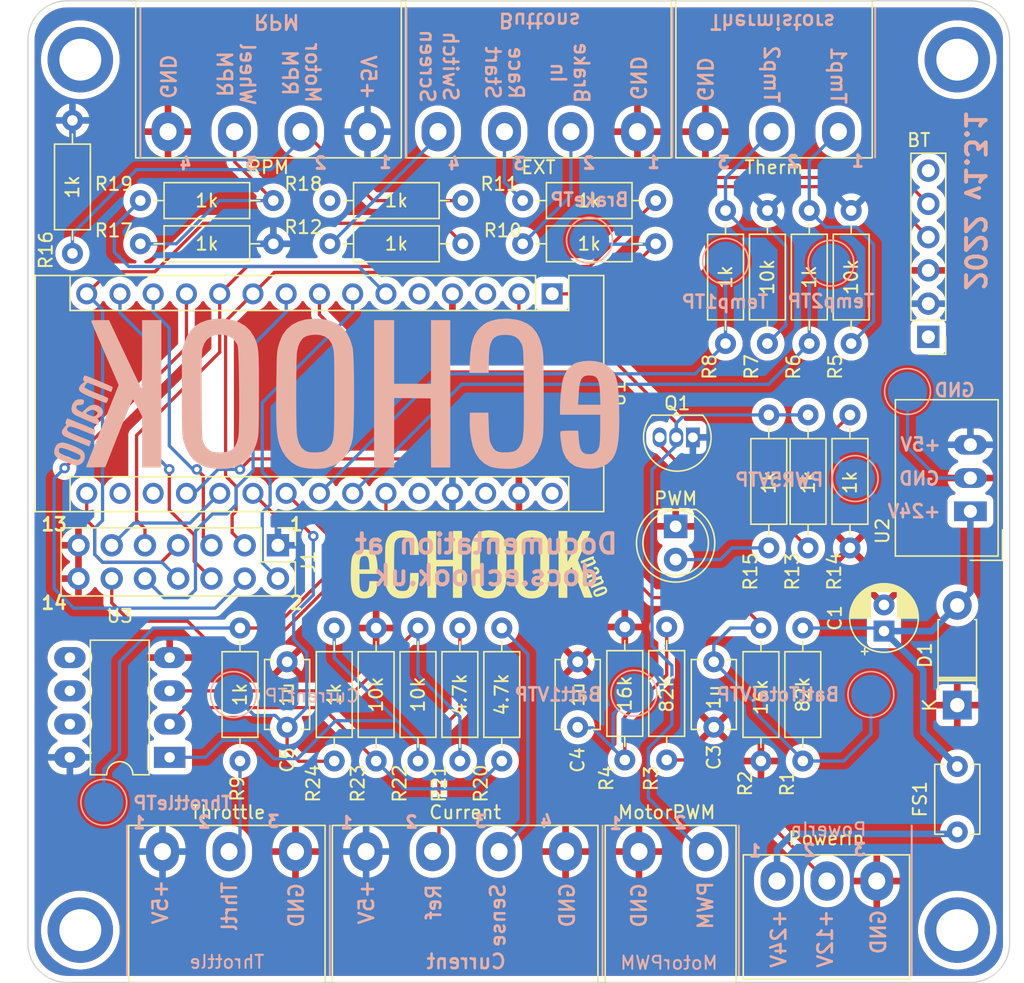
<source format=kicad_pcb>
(kicad_pcb (version 20211014) (generator pcbnew)
  (layers (0 "F.Cu" signal) (31 "B.Cu" signal) (34 "B.Paste" user) (35 "F.Paste" user) (36 "B.SilkS" user "B.Silkscreen") (37 "F.SilkS" user "F.Silkscreen") (38 "B.Mask" user) (39 "F.Mask" user) (44 "Edge.Cuts" user))
  (net 0 "")
  (net 1 "/BattTotalV")
  (net 2 "GND")
  (net 3 "/Batt1v")
  (net 4 "/CurrentSens")
  (net 5 "+5V")
  (net 6 "Net-(Conn3-Pad1)")
  (net 7 "Net-(Conn3-Pad2)")
  (net 8 "Net-(Conn1-Pad2)")
  (net 9 "Net-(Conn1-Pad3)")
  (net 10 "Net-(Conn5-Pad2)")
  (net 11 "Net-(Conn5-Pad3)")
  (net 12 "Net-(Conn5-Pad4)")
  (net 13 "Net-(Conn6-Pad2)")
  (net 14 "/MotorPWM")
  (net 15 "/D4")
  (net 16 "/Brake")
  (net 17 "/D9")
  (net 18 "/D10")
  (net 19 "/D11")
  (net 20 "/D13")
  (net 21 "/DriverButton2")
  (net 22 "/DriverButton")
  (net 23 "/D6")
  (net 24 "/A1")
  (net 25 "/A6")
  (net 26 "+24V")
  (net 27 "+12V")
  (net 28 "/Temp1")
  (net 29 "/Temp2")
  (net 30 "/Throttle")
  (net 31 "Net-(PWM1-Pad2)")
  (net 32 "/MotorRMP")
  (net 33 "/WheelRPM")
  (net 34 "Net-(R20-Pad1)")
  (net 35 "Net-(R21-Pad1)")
  (net 36 "Net-(R22-Pad1)")
  (net 37 "/BT_Out")
  (net 39 "/BT_In")
  (net 42 "/MotorRPM")
  (net 43 "/Batt1V")
  (net 46 "Net-(Conn2-Pad1)")
  (net 47 "Net-(Conn4-Pad2)")
  (net 48 "/EN")
  (net 49 "/ST")
  (net 50 "Net-(Conn4-Pad3)")
  (net 51 "Net-(Q1-Pad3)")
  (footprint "Resistor_THT:R_Axial_DIN0207_L6.3mm_D2.5mm_P10.16mm_Horizontal" (layer "F.Cu") (at 132.568 79.766)
    (fp_text reference "R12")
    (fp_text value "1k")
  )
  (footprint "Resistor_THT:R_Axial_DIN0207_L6.3mm_D2.5mm_P10.16mm_Horizontal" (layer "F.Cu") (at 166.1 103 90)
    (fp_text reference "R15")
    (fp_text value "1k")
  )
  (footprint "Connector_PinHeader_2.54mm:PinHeader_1x06_P2.54mm_Vertical" (layer "F.Cu") (at 178.288 86.878 180)
    (fp_text reference "Conn7" hide)
    (fp_text value "BT")
  )
  (footprint "Package_TO_SOT_THT:TO-92L_Inline" (layer "F.Cu") (at 160.3 94.556 180)
    (fp_text reference "Q1")
    (fp_text value "BC547")
  )
  (footprint "Resistor_THT:R_Axial_DIN0207_L6.3mm_D2.5mm_P10.16mm_Horizontal" (layer "F.Cu") (at 165.5 109.12 -90)
    (fp_text reference "R2")
    (fp_text value "16k")
  )
  (footprint "Resistor_THT:R_Axial_DIN0207_L6.3mm_D2.5mm_P10.16mm_Horizontal" (layer "F.Cu") (at 168.7 109.12 -90)
    (fp_text reference "R1")
    (fp_text value "82k")
  )
  (footprint "Resistor_THT:R_Axial_DIN0207_L6.3mm_D2.5mm_P10.16mm_Horizontal" (layer "F.Cu") (at 147.3 79.766)
    (fp_text reference "R10")
    (fp_text value "1k")
  )
  (footprint "Resistor_THT:R_Axial_DIN0207_L6.3mm_D2.5mm_P10.16mm_Horizontal" (layer "F.Cu") (at 147.3 76.464)
    (fp_text reference "R11")
    (fp_text value "1k")
  )
  (footprint "Resistor_THT:R_Axial_DIN0207_L6.3mm_D2.5mm_P10.16mm_Horizontal" (layer "F.Cu") (at 165.994 77.226 -90)
    (fp_text reference "R7")
    (fp_text value "10k")
  )
  (footprint "user:Pluggable_Terminal_3_5.08mm" (layer "F.Cu") (at 171.42 71.2 90)
    (fp_text reference "Conn3" hide)
    (fp_text value "Therm")
  )
  (footprint "user:eCHOOK_NANO_Logo_20mm" (layer "F.Cu") (at 144 104.2)
    (fp_text reference "G***" hide)
    (fp_text value "LOGO" hide)
  )
  (footprint "Resistor_THT:R_Axial_DIN0207_L6.3mm_D2.5mm_P10.16mm_Horizontal" (layer "F.Cu") (at 155.1 119.2 90)
    (fp_text reference "R4")
    (fp_text value "16k")
  )
  (footprint "Package_DIP:DIP-8_W7.62mm_LongPads" (layer "F.Cu") (at 120.325 119 180)
    (fp_text reference "U3")
    (fp_text value "MCP6002-xP")
  )
  (footprint "Converter_DCDC:Converter_DCDC_TRACO_TSR-1_THT" (layer "F.Cu") (at 181.5 100.2 90)
    (fp_text reference "U2")
    (fp_text value "TSR_1-2450")
  )
  (footprint "Resistor_THT:R_Axial_DIN0207_L6.3mm_D2.5mm_P10.16mm_Horizontal" (layer "F.Cu") (at 162.794 77.226 -90)
    (fp_text reference "R8")
    (fp_text value "1k")
  )
  (footprint "Resistor_THT:R_Axial_DIN0207_L6.3mm_D2.5mm_P10.16mm_Horizontal" (layer "F.Cu") (at 169.1 92.84 -90)
    (fp_text reference "R14")
    (fp_text value "1k")
  )
  (footprint "Connector_PinHeader_2.54mm:PinHeader_2x07_P2.54mm_Vertical" (layer "F.Cu") (at 128.6 102.8 -90)
    (fp_text reference "J1")
    (fp_text value "Expansion")
  )
  (footprint "user:Pluggable_Terminal_4_5.08mm" (layer "F.Cu") (at 135.441 71.2 90)
    (fp_text reference "Conn4" hide)
    (fp_text value "RPM")
  )
  (footprint "user:Pluggable_Terminal_4_5.08mm" (layer "F.Cu") (at 135.335 126.2 -90)
    (fp_text reference "Conn1" hide)
    (fp_text value "Current")
  )
  (footprint "Resistor_THT:R_Axial_DIN0207_L6.3mm_D2.5mm_P10.16mm_Horizontal" (layer "F.Cu") (at 169.194 77.226 -90)
    (fp_text reference "R6")
    (fp_text value "1k")
  )
  (footprint "Resistor_THT:R_Axial_DIN0207_L6.3mm_D2.5mm_P10.16mm_Horizontal" (layer "F.Cu") (at 142.5 119.28 90)
    (fp_text reference "R21")
    (fp_text value "4.7k")
  )
  (footprint "Resistor_THT:R_Axial_DIN0207_L6.3mm_D2.5mm_P10.16mm_Horizontal" (layer "F.Cu") (at 125.7 119.28 90)
    (fp_text reference "R9")
    (fp_text value "1k")
  )
  (footprint "Resistor_THT:R_Axial_DIN0207_L6.3mm_D2.5mm_P10.16mm_Horizontal" (layer "F.Cu") (at 112.9 80.5 90)
    (fp_text reference "R16")
    (fp_text value "1k")
  )
  (footprint "Resistor_THT:R_Axial_DIN0207_L6.3mm_D2.5mm_P10.16mm_Horizontal" (layer "F.Cu") (at 139.3 119.28 90)
    (fp_text reference "R22")
    (fp_text value "10k")
  )
  (footprint "Capacitor_THT:C_Disc_D5.1mm_W3.2mm_P5.00mm" (layer "F.Cu") (at 151.5 116.7 90)
    (fp_text reference "C4")
    (fp_text value "1u")
  )
  (footprint "user:Pluggable_Terminal_2_5.08mm" (layer "F.Cu") (at 158.3 130.2 -90)
    (fp_text reference "Conn8" hide)
    (fp_text value "MotorPWM")
  )
  (footprint "LED_THT:LED_D5.0mm" (layer "F.Cu") (at 158.984 101.351 -90)
    (fp_text reference "PWM1" hide)
    (fp_text value "PWM")
  )
  (footprint "Capacitor_THT:C_Disc_D5.1mm_W3.2mm_P5.00mm" (layer "F.Cu") (at 129.3 116.7 90)
    (fp_text reference "C5")
    (fp_text value "1u")
  )
  (footprint "Resistor_THT:R_Axial_DIN0207_L6.3mm_D2.5mm_P10.16mm_Horizontal" (layer "F.Cu") (at 136.1 119.28 90)
    (fp_text reference "R23")
    (fp_text value "10k")
  )
  (footprint "user:Pluggable_Terminal_3_3.81mm" (layer "F.Cu") (at 166.73 128.45 -90)
    (fp_text reference "Conn2" hide)
    (fp_text value "PowerIn")
  )
  (footprint "Resistor_THT:R_Axial_DIN0207_L6.3mm_D2.5mm_P10.16mm_Horizontal" (layer "F.Cu") (at 118.09 76.464)
    (fp_text reference "R19")
    (fp_text value "1k")
  )
  (footprint "Resistor_THT:R_Axial_DIN0207_L6.3mm_D2.5mm_P10.16mm_Horizontal" (layer "F.Cu") (at 172.394 77.226 -90)
    (fp_text reference "R5")
    (fp_text value "10k")
  )
  (footprint "Resistor_THT:R_Axial_DIN0207_L6.3mm_D2.5mm_P10.16mm_Horizontal" (layer "F.Cu") (at 118.09 79.766)
    (fp_text reference "R17")
    (fp_text value "1k")
  )
  (footprint "user:Pluggable_Terminal_3_5.08mm" (layer "F.Cu") (at 119.78 126.2 -90)
    (fp_text reference "Conn6" hide)
    (fp_text value "Throttle")
  )
  (footprint "Capacitor_THT:CP_Radial_D5.0mm_P2.00mm" (layer "F.Cu") (at 174.9 109.355113 90)
    (fp_text reference "C1")
    (fp_text value "C_Polarized")
  )
  (footprint "Diode_THT:D_DO-41_SOD81_P7.62mm_Horizontal" (layer "F.Cu") (at 180.5 115.01 90)
    (fp_text reference "D1")
    (fp_text value "DIODE")
  )
  (footprint "Capacitor_THT:C_Disc_D5.1mm_W3.2mm_P5.00mm" (layer "F.Cu") (at 161.9 111.7 -90)
    (fp_text reference "C3")
    (fp_text value "1u")
  )
  (footprint "Resistor_THT:R_Axial_DIN0207_L6.3mm_D2.5mm_P10.16mm_Horizontal" (layer "F.Cu") (at 172.3 103 90)
    (fp_text reference "R13")
    (fp_text value "1k")
  )
  (footprint "Resistor_THT:R_Axial_DIN0207_L6.3mm_D2.5mm_P10.16mm_Horizontal" (layer "F.Cu") (at 145.7 119.28 90)
    (fp_text reference "R20")
    (fp_text value "4.7k")
  )
  (footprint "Resistor_THT:R_Axial_DIN0207_L6.3mm_D2.5mm_P10.16mm_Horizontal" (layer "F.Cu") (at 132.568 76.464)
    (fp_text reference "R18")
    (fp_text value "1k")
  )
  (footprint "Resistor_THT:R_Axial_DIN0207_L6.3mm_D2.5mm_P10.16mm_Horizontal" (layer "F.Cu") (at 132.9 119.28 90)
    (fp_text reference "R24")
    (fp_text value "1k")
  )
  (footprint "Capacitor_THT:C_Disc_D5.1mm_W3.2mm_P5.00mm" (layer "F.Cu") (at 180.5 124.7 90)
    (fp_text reference "FS1")
    (fp_text value "Polyfuse")
  )
  (footprint "Resistor_THT:R_Axial_DIN0207_L6.3mm_D2.5mm_P10.16mm_Horizontal" (layer "F.Cu") (at 158.3 119.2 90)
    (fp_text reference "R3")
    (fp_text value "82K")
  )
  (footprint "Module:Arduino_Nano" (layer "F.Cu") (at 149.55 83.59 -90)
    (fp_text reference "U1")
    (fp_text value "Arduino_Nano_v3.x")
  )
  (footprint "user:Pluggable_Terminal_4_5.08mm" (layer "F.Cu") (at 156.065 71.2 90)
    (fp_text reference "Conn5" hide)
    (fp_text value "EXT")
  )
  (footprint "TestPoint:TestPoint_Pad_D3.0mm" (layer "B.Cu") (at 172.7 97.7 180)
    (fp_text reference "TP3" hide)
    (fp_text value "PWR5VTP")
  )
  (footprint "TestPoint:TestPoint_Pad_D3.0mm" (layer "B.Cu") (at 115.296 122.438 180)
    (fp_text reference "TP8" hide)
    (fp_text value "ThrottleTP")
  )
  (footprint "TestPoint:TestPoint_Pad_D3.0mm" (layer "B.Cu") (at 173.9 114.2 180)
    (fp_text reference "TP1" hide)
    (fp_text value "BattTotalVTP")
  )
  (footprint "TestPoint:TestPoint_Pad_D3.0mm" (layer "B.Cu") (at 125.2 114.2 180)
    (fp_text reference "TP9" hide)
    (fp_text value "CurrentTP")
  )
  (footprint "TestPoint:TestPoint_Pad_D3.0mm" (layer "B.Cu") (at 155.8 114.1 180)
    (fp_text reference "TP2" hide)
    (fp_text value "Batt1lVTP")
  )
  (footprint "user:eCHOOK_NANO_Logo_44mm" (layer "B.Cu") (at 133 91.1 180)
    (fp_text reference "G***" hide)
    (fp_text value "LOGO" hide)
  )
  (footprint "TestPoint:TestPoint_Pad_D3.0mm" (layer "B.Cu") (at 170.85 81.25 180)
    (fp_text reference "TP5" hide)
    (fp_text value "Temp1TP")
  )
  (footprint "TestPoint:TestPoint_Pad_D3.0mm" (layer "B.Cu") (at 162.8 81.1 180)
    (fp_text reference "TP6" hide)
    (fp_text value "Temp2TP")
  )
  (footprint "TestPoint:TestPoint_Pad_D3.0mm" (layer "B.Cu") (at 176.7 91.05 180)
    (fp_text reference "TP4" hide)
    (fp_text value "GNDTP")
  )
  (footprint "TestPoint:TestPoint_Pad_D3.0mm" (layer "B.Cu") (at 152.4 79.5 180)
    (fp_text reference "TP7" hide)
    (fp_text value "BrakeTP")
  )
  (gr_line (start 138.41 61.732) (end 138.41 73.162) (layer "B.SilkS") (width 0.15))
  (gr_line (start 177.018 124.216) (end 177.018 135.646) (layer "B.SilkS") (width 0.15))
  (gr_line (start 118.09 61.732) (end 118.09 73.162) (layer "B.SilkS") (width 0.15))
  (gr_line (start 153.396 124.216) (end 153.396 135.646) (layer "B.SilkS") (width 0.15))
  (gr_line (start 174.224 61.732) (end 174.224 73.162) (layer "B.SilkS") (width 0.15))
  (gr_line (start 163.81 124.216) (end 163.81 135.646) (layer "B.SilkS") (width 0.15))
  (gr_line (start 132.568 124.216) (end 132.568 135.646) (layer "B.SilkS") (width 0.15))
  (gr_line (start 117.074 124.216) (end 117.074 135.646) (layer "B.SilkS") (width 0.15))
  (gr_line (start 158.73 61.732) (end 158.73 73.162) (layer "B.SilkS") (width 0.15))
  (gr_line (start 181.5 61.2) (end 112.5 61.2) (layer "Edge.Cuts") (width 0.1))
  (gr_arc (start 184.5 133.2) (mid 183.62132 135.32132) (end 181.5 136.2) (layer "Edge.Cuts") (width 0.1))
  (gr_arc (start 109.5 64.2) (mid 110.37868 62.07868) (end 112.5 61.2) (layer "Edge.Cuts") (width 0.1))
  (gr_arc (start 181.5 61.2) (mid 183.62132 62.07868) (end 184.5 64.2) (layer "Edge.Cuts") (width 0.1))
  (gr_line (start 184.5 133.2) (end 184.5 64.2) (layer "Edge.Cuts") (width 0.1))
  (gr_arc (start 112.5 136.2) (mid 110.37868 135.32132) (end 109.5 133.2) (layer "Edge.Cuts") (width 0.1))
  (gr_line (start 112.5 136.2) (end 181.5 136.2) (layer "Edge.Cuts") (width 0.1))
  (gr_line (start 109.5 64.2) (end 109.5 133.2) (layer "Edge.Cuts") (width 0.1))
  (gr_text "4" (at 149.1 123.9) (layer "B.SilkS") (effects (font (size 0.9 0.9) (thickness 0.225)) (justify mirror)))
  (gr_text "PWM" (at 161.27 130.312 90) (layer "B.SilkS") (effects (font (size 1.1 1.1) (thickness 0.2)) (justify mirror)))
  (gr_text "Motor\nRPM" (at 130.376 66.7 270) (layer "B.SilkS") (effects (font (size 1.1 1.1) (thickness 0.2)) (justify mirror)))
  (gr_text "Tmp2" (at 166.3 66.812 270) (layer "B.SilkS") (effects (font (size 1.1 1.1) (thickness 0.2)) (justify mirror)))
  (gr_text "BrakeTP" (at 152.4 76.4) (layer "B.SilkS") (effects (font (size 1 1) (thickness 0.2)) (justify mirror)))
  (gr_text "Throttle" (at 124.694 134.63) (layer "B.SilkS") (effects (font (size 1 1)) (justify mirror)))
  (gr_text "3" (at 144.1 123.9) (layer "B.SilkS") (effects (font (size 0.9 0.9) (thickness 0.225)) (justify mirror)))
  (gr_text "GND" (at 177.6 97.7) (layer "B.SilkS") (effects (font (size 1 1) (thickness 0.2)) (justify mirror)))
  (gr_text "GND" (at 174.478 132.344 90) (layer "B.SilkS") (effects (font (size 1.1 1.1) (thickness 0.2)) (justify mirror)))
  (gr_text "MotorPWM" (at 158.476 134.7) (layer "B.SilkS") (effects (font (size 1 1)) (justify mirror)))
  (gr_text "2" (at 159.35 124) (layer "B.SilkS") (effects (font (size 0.9 0.9) (thickness 0.225)) (justify mirror)))
  (gr_text "GND" (at 130 130.3 90) (layer "B.SilkS") (effects (font (size 1.1 1.1) (thickness 0.2)) (justify mirror)))
  (gr_text "+12V" (at 170.414 132.852 90) (layer "B.SilkS") (effects (font (size 1.1 1.1) (thickness 0.2)) (justify mirror)))
  (gr_text "2" (at 152.35 73.6) (layer "B.SilkS") (effects (font (size 0.9 0.9) (thickness 0.225)) (justify mirror)))
  (gr_text "Batt1VTP" (at 150 114.2) (layer "B.SilkS") (effects (font (size 1 1) (thickness 0.2)) (justify mirror)))
  (gr_text "Temp2TP" (at 170.85 84.15) (layer "B.SilkS") (effects (font (size 1 1) (thickness 0.2)) (justify mirror)))
  (gr_text "Current" (at 142.982 134.6) (layer "B.SilkS") (effects (font (size 1.1 1.1) (thickness 0.2)) (justify mirror)))
  (gr_text "2" (at 122.95 123.95) (layer "B.SilkS") (effects (font (size 0.9 0.9) (thickness 0.225)) (justify mirror)))
  (gr_text "2022 v1.3.1" (at 181.85 76.45 270) (layer "B.SilkS") (effects (font (size 1.5 1.5) (thickness 0.3)) (justify mirror)))
  (gr_text "Documentation at\ndocs.echook.uk" (at 144.506 103.896) (layer "B.SilkS") (effects (font (size 1.5 1.5) (thickness 0.3)) (justify mirror)))
  (gr_text "GND" (at 161.2 67.2 270) (layer "B.SilkS") (effects (font (size 1.1 1.1) (thickness 0.2)) (justify mirror)))
  (gr_text "Switch\nScreen" (at 140.9 66.2 270) (layer "B.SilkS") (effects (font (size 1.1 1.1) (thickness 0.2)) (justify mirror)))
  (gr_text "ThrottleTP" (at 121.3 122.5) (layer "B.SilkS") (effects (font (size 1 1) (thickness 0.2)) (justify mirror)))
  (gr_text "PWR5VTP" (at 166.9 97.8) (layer "B.SilkS") (effects (font (size 1 1) (thickness 0.2)) (justify mirror)))
  (gr_text "4" (at 142.05 73.65) (layer "B.SilkS") (effects (font (size 0.9 0.9) (thickness 0.225)) (justify mirror)))
  (gr_text "GND" (at 120.176 67 270) (layer "B.SilkS") (effects (font (size 1.1 1.1) (thickness 0.2)) (justify mirror)))
  (gr_text "2" (at 131.85 73.6) (layer "B.SilkS") (effects (font (size 0.9 0.9) (thickness 0.225)) (justify mirror)))
  (gr_text "2" (at 169.2 126.1) (layer "B.SilkS") (effects (font (size 0.9 0.9) (thickness 0.225)) (justify mirror)))
  (gr_text "+5V" (at 119.614 130.058 90) (layer "B.SilkS") (effects (font (size 1.1 1.1) (thickness 0.2)) (justify mirror)))
  (gr_text "3" (at 128.25 123.9) (layer "B.SilkS") (effects (font (size 0.9 0.9) (thickness 0.225)) (justify mirror)))
  (gr_text "+24V" (at 177.2 100.2) (layer "B.SilkS") (effects (font (size 1 1) (thickness 0.2)) (justify mirror)))
  (gr_text "GND" (at 180.3 90.95) (layer "B.SilkS") (effects (font (size 1 1) (thickness 0.2)) (justify mirror)))
  (gr_text "Wheel\nRPM" (at 125.376 66.8 270) (layer "B.SilkS") (effects (font (size 1.1 1.1) (thickness 0.2)) (justify mirror)))
  (gr_text "+5V" (at 177.7 95.1) (layer "B.SilkS") (effects (font (size 1 1) (thickness 0.2)) (justify mirror)))
  (gr_text "+5V" (at 135.5 67.066 270) (layer "B.SilkS") (effects (font (size 1.1 1.1) (thickness 0.2)) (justify mirror)))
  (gr_text "Ref" (at 140.5 130.058 90) (layer "B.SilkS") (effects (font (size 1.1 1.1) (thickness 0.2)) (justify mirror)))
  (gr_text "3" (at 162.65 73.55) (layer "B.SilkS") (effects (font (size 0.9 0.9) (thickness 0.225)) (justify mirror)))
  (gr_text "Tmp1" (at 171.4 66.9 270) (layer "B.SilkS") (effects (font (size 1.1 1.1) (thickness 0.2)) (justify mirror)))
  (gr_text "PowerIn" (at 170.65 124.5) (layer "B.SilkS") (effects (font (size 1 1)) (justify mirror)))
  (gr_text "+24V" (at 166.858 132.852 90) (layer "B.SilkS") (effects (font (size 1.1 1.1) (thickness 0.2)) (justify mirror)))
  (gr_text "2" (at 167.95 73.5) (layer "B.SilkS") (effects (font (size 0.9 0.9) (thickness 0.225)) (justify mirror)))
  (gr_text "Sense" (at 145.4 131.074 90) (layer "B.SilkS") (effects (font (size 1.1 1.1) (thickness 0.2)) (justify mirror)))
  (gr_text "1" (at 136.8 73.55) (layer "B.SilkS") (effects (font (size 0.9 0.9) (thickness 0.225)) (justify mirror)))
  (gr_text "3" (at 173.05 126.05) (layer "B.SilkS") (effects (font (size 0.9 0.9) (thickness 0.225)) (justify mirror)))
  (gr_text "1" (at 154.4 124.05) (layer "B.SilkS") (effects (font (size 0.9 0.9) (thickness 0.225)) (justify mirror)))
  (gr_text "Temp1TP" (at 162.75 84.2) (layer "B.SilkS") (effects (font (size 1 1) (thickness 0.2)) (justify mirror)))
  (gr_text "Race\nStart" (at 145.9 66.7 270) (layer "B.SilkS") (effects (font (size 1.1 1.1) (thickness 0.2)) (justify mirror)))
  (gr_text "1" (at 133.85 124) (layer "B.SilkS") (effects (font (size 0.9 0.9) (thickness 0.225)) (justify mirror)))
  (gr_text "Buttons" (at 148.6 62.7 180) (layer "B.SilkS") (effects (font (size 1.1 1.1) (thickness 0.2)) (justify mirror)))
  (gr_text "RPM" (at 128.5 62.8 180) (layer "B.SilkS") (effects (font (size 1.1 1.1) (thickness 0.2)) (justify mirror)))
  (gr_text "GND" (at 150.7 130.3 90) (layer "B.SilkS") (effects (font (size 1.1 1.1) (thickness 0.2)) (justify mirror)))
  (gr_text "1" (at 157.3 73.55) (layer "B.SilkS") (effects (font (size 0.9 0.9) (thickness 0.225)) (justify mirror)))
  (gr_text "GND" (at 156.19 130.312 90) (layer "B.SilkS") (effects (font (size 1.1 1.1) (thickness 0.2)) (justify mirror)))
  (gr_text "1" (at 172.9 73.45) (layer "B.SilkS") (effects (font (size 0.9 0.9) (thickness 0.225)) (justify mirror)))
  (gr_text "+5V" (at 135.362 130.058 90) (layer "B.SilkS") (effects (font (size 1.1 1.1) (thickness 0.2)) (justify mirror)))
  (gr_text "BattTotalVTP" (at 166.8 114.2) (layer "B.SilkS") (effects (font (size 1 1) (thickness 0.2)) (justify mirror)))
  (gr_text "3" (at 126.55 73.65) (layer "B.SilkS") (effects (font (size 0.9 0.9) (thickness 0.225)) (justify mirror)))
  (gr_text "2" (at 138.8 123.95) (layer "B.SilkS") (effects (font (size 0.9 0.9) (thickness 0.225)) (justify mirror)))
  (gr_text "3" (at 147.05 73.65) (layer "B.SilkS") (effects (font (size 0.9 0.9) (thickness 0.225)) (justify mirror)))
  (gr_text "GND" (at 156.1 67.1 270) (layer "B.SilkS") (effects (font (size 1.1 1.1) (thickness 0.2)) (justify mirror)))
  (gr_text "Thrtl" (at 124.9 130.4 90) (layer "B.SilkS") (effects (font (size 1.1 1.1) (thickness 0.2)) (justify mirror)))
  (gr_text "Thermistors" (at 166.4 62.8 180) (layer "B.SilkS") (effects (font (size 1.1 1.1) (thickness 0.2)) (justify mirror)))
  (gr_text "Brake\nIn" (at 150.9 66.7 270) (layer "B.SilkS") (effects (font (size 1.1 1.1) (thickness 0.2)) (justify mirror)))
  (gr_text "4" (at 121.55 73.65) (layer "B.SilkS") (effects (font (size 0.9 0.9) (thickness 0.225)) (justify mirror)))
  (gr_text "1" (at 165.05 126.15) (layer "B.SilkS") (effects (font (size 0.9 0.9) (thickness 0.225)) (justify mirror)))
  (gr_text "1" (at 118 124) (layer "B.SilkS") (effects (font (size 0.9 0.9) (thickness 0.225)) (justify mirror)))
  (gr_text "14" (at 111.5 107.2) (layer "F.SilkS") (effects (font (size 1 1) (thickness 0.2))))
  (gr_text "1" (at 130 101.2) (layer "F.SilkS") (effects (font (size 1 1) (thickness 0.2))))
  (gr_text "2" (at 130 107.2) (layer "F.SilkS") (effects (font (size 1 1) (thickness 0.2))))
  (gr_text "13" (at 111.5 101.2) (layer "F.SilkS") (effects (font (size 1 1) (thickness 0.2))))
  (via (at 113.5 65.7) (size 5) (drill 3.2) (layers "F.Cu" "B.Cu") (net 0))
  (via (at 180.5 65.7) (size 5) (drill 3.2) (layers "F.Cu" "B.Cu") (net 0))
  (via (at 113.5 132.2) (size 5) (drill 3.2) (layers "F.Cu" "B.Cu") (net 0))
  (via (at 180.5 132.2) (size 5) (drill 3.2) (layers "F.Cu" "B.Cu") (net 0))
  (segment (start 154.35 98) (end 154.35 103.95) (width 0.25) (layer "F.Cu") (net 1))
  (segment (start 125.7 97) (end 126.5 96.2) (width 0.25) (layer "F.Cu") (net 1))
  (segment (start 157.2 106.8) (end 163.45 106.8) (width 0.25) (layer "F.Cu") (net 1))
  (segment (start 126.5 96.2) (end 152.55 96.2) (width 0.25) (layer "F.Cu") (net 1))
  (segment (start 152.55 96.2) (end 154.35 98) (width 0.25) (layer "F.Cu") (net 1))
  (segment (start 154.35 103.95) (end 157.2 106.8) (width 0.25) (layer "F.Cu") (net 1))
  (segment (start 163.45 106.8) (end 165.5 108.85) (width 0.25) (layer "F.Cu") (net 1))
  (segment (start 165.5 108.85) (end 165.5 109.12) (width 0.25) (layer "F.Cu") (net 1))
  (via (at 125.7 97) (size 0.8) (drill 0.4) (layers "F.Cu" "B.Cu") (net 1))
  (segment (start 165 114.8) (end 165 115.5) (width 0.25) (layer "B.Cu") (net 1))
  (segment (start 168.7 119.28) (end 171.83 119.28) (width 0.25) (layer "B.Cu") (net 1))
  (segment (start 125.7 97) (end 124.024614 97) (width 0.25) (layer "B.Cu") (net 1))
  (segment (start 173.9 117.21) (end 173.9 114.2) (width 0.25) (layer "B.Cu") (net 1))
  (segment (start 171.83 119.28) (end 173.9 117.21) (width 0.25) (layer "B.Cu") (net 1))
  (segment (start 165 115.5) (end 168.7 119.2) (width 0.25) (layer "B.Cu") (net 1))
  (segment (start 161.9 111.7) (end 161.9 110.4) (width 0.25) (layer "B.Cu") (net 1))
  (segment (start 161.9 111.7) (end 165 114.8) (width 0.25) (layer "B.Cu") (net 1))
  (segment (start 161.9 110.4) (end 163.18 109.12) (width 0.25) (layer "B.Cu") (net 1))
  (segment (start 163.18 109.12) (end 165.5 109.12) (width 0.25) (layer "B.Cu") (net 1))
  (segment (start 124.024614 97) (end 122.194614 98.83) (width 0.25) (layer "B.Cu") (net 1))
  (segment (start 181.5 97.66) (end 179.01 97.66) (width 0.25) (layer "B.Cu") (net 2))
  (segment (start 176.7 95.35) (end 176.7 91.05) (width 0.25) (layer "B.Cu") (net 2))
  (segment (start 179.01 97.66) (end 176.7 95.35) (width 0.25) (layer "B.Cu") (net 2))
  (segment (start 158.3 112.7) (end 155.1 115.9) (width 0.25) (layer "F.Cu") (net 3))
  (segment (start 155.1 115.9) (end 155.1 119.2) (width 0.25) (layer "F.Cu") (net 3))
  (segment (start 158.3 109.04) (end 158.3 112.7) (width 0.25) (layer "F.Cu") (net 3))
  (segment (start 154.2 115.7) (end 154.2 118.3) (width 0.25) (layer "B.Cu") (net 3))
  (segment (start 154.2 118.3) (end 155.1 119.2) (width 0.25) (layer "B.Cu") (net 3))
  (segment (start 155.1 119.2) (end 152.65 116.75) (width 0.25) (layer "B.Cu") (net 3))
  (segment (start 151.95 116.75) (end 151.5 117.2) (width 0.25) (layer "B.Cu") (net 3))
  (segment (start 155.8 114.1) (end 154.2 115.7) (width 0.25) (layer "B.Cu") (net 3))
  (segment (start 152.65 116.75) (end 151.95 116.75) (width 0.25) (layer "B.Cu") (net 3))
  (segment (start 129.6 100.4) (end 128.26 100.4) (width 0.25) (layer "F.Cu") (net 4))
  (segment (start 132.88 119.3) (end 130.2 119.3) (width 0.25) (layer "F.Cu") (net 4))
  (segment (start 131.3 102.1) (end 129.6 100.4) (width 0.25) (layer "F.Cu") (net 4))
  (segment (start 130.2 119.3) (end 129.3 118.4) (width 0.25) (layer "F.Cu") (net 4))
  (segment (start 129.3 118.4) (end 129.3 116.7) (width 0.25) (layer "F.Cu") (net 4))
  (segment (start 128.26 100.4) (end 126.69 98.83) (width 0.25) (layer "F.Cu") (net 4))
  (via (at 131.3 102.1) (size 0.8) (drill 0.4) (layers "F.Cu" "B.Cu") (net 4))
  (segment (start 129.8 108.1) (end 129.8 110.00485) (width 0.25) (layer "B.Cu") (net 4))
  (segment (start 129.8 110.00485) (end 130.8 111.00485) (width 0.25) (layer "B.Cu") (net 4))
  (segment (start 128.4 115.8) (end 129.3 116.7) (width 0.25) (layer "B.Cu") (net 4))
  (segment (start 131.3 102.1) (end 131.3 106.6) (width 0.25) (layer "B.Cu") (net 4))
  (segment (start 131.3 106.6) (end 129.8 108.1) (width 0.25) (layer "B.Cu") (net 4))
  (segment (start 125.2 114.2) (end 126.8 115.8) (width 0.25) (layer "B.Cu") (net 4))
  (segment (start 130.8 115.2) (end 129.3 116.7) (width 0.25) (layer "B.Cu") (net 4))
  (segment (start 126.8 115.8) (end 128.4 115.8) (width 0.25) (layer "B.Cu") (net 4))
  (segment (start 130.8 111.00485) (end 130.8 115.2) (width 0.25) (layer "B.Cu") (net 4))
  (segment (start 169.194 77.226) (end 169.194 73.426) (width 0.25) (layer "B.Cu") (net 6))
  (segment (start 170.468 78.5) (end 169.194 77.226) (width 0.25) (layer "B.Cu") (net 6))
  (segment (start 174.1 85.68) (end 174.1 79.8) (width 0.25) (layer "B.Cu") (net 6))
  (segment (start 172.394 87.386) (end 174.1 85.68) (width 0.25) (layer "B.Cu") (net 6))
  (segment (start 172.8 78.5) (end 170.468 78.5) (width 0.25) (layer "B.Cu") (net 6))
  (segment (start 174.1 79.8) (end 172.8 78.5) (width 0.25) (layer "B.Cu") (net 6))
  (segment (start 169.194 73.426) (end 171.42 71.2) (width 0.25) (layer "B.Cu") (net 6))
  (segment (start 162.794 77.226) (end 162.794 74.746) (width 0.25) (layer "B.Cu") (net 7))
  (segment (start 167.4 79.95) (end 166.1 78.65) (width 0.25) (layer "B.Cu") (net 7))
  (segment (start 166.1 78.65) (end 164.218 78.65) (width 0.25) (layer "B.Cu") (net 7))
  (segment (start 167.4 85.98) (end 167.4 79.95) (width 0.25) (layer "B.Cu") (net 7))
  (segment (start 165.994 87.386) (end 167.4 85.98) (width 0.25) (layer "B.Cu") (net 7))
  (segment (start 162.794 74.746) (end 166.34 71.2) (width 0.25) (layer "B.Cu") (net 7))
  (segment (start 164.218 78.65) (end 162.794 77.226) (width 0.25) (layer "B.Cu") (net 7))
  (segment (start 140.9 116.98515) (end 142.5 115.38515) (width 0.25) (layer "F.Cu") (net 8))
  (segment (start 140.9 125.715) (end 140.9 116.98515) (width 0.25) (layer "F.Cu") (net 8))
  (segment (start 142.5 115.38515) (end 142.5 109.12) (width 0.25) (layer "F.Cu") (net 8))
  (segment (start 147.7 111.12) (end 145.7 109.12) (width 0.25) (layer "B.Cu") (net 9))
  (segment (start 145.495 126.2) (end 147.7 123.995) (width 0.25) (layer "B.Cu") (net 9))
  (segment (start 147.7 123.995) (end 147.7 111.12) (width 0.25) (layer "B.Cu") (net 9))
  (segment (start 150.985 76.081) (end 147.3 79.766) (width 0.25) (layer "B.Cu") (net 10))
  (segment (start 150.985 71.2) (end 150.985 76.081) (width 0.25) (layer "B.Cu") (net 10))
  (segment (start 145.905 75.069) (end 147.3 76.464) (width 0.25) (layer "B.Cu") (net 11))
  (segment (start 145.905 71.2) (end 145.905 75.069) (width 0.25) (layer "B.Cu") (net 11))
  (segment (start 140.825 71.575) (end 132.634 79.766) (width 0.25) (layer "B.Cu") (net 12))
  (segment (start 125.7 119.28) (end 125.7 125.36) (width 0.25) (layer "B.Cu") (net 13))
  (segment (start 135.4 88.8) (end 154.4 88.8) (width 0.25) (layer "F.Cu") (net 14))
  (segment (start 159.03 93.43) (end 159.03 94.556) (width 0.25) (layer "F.Cu") (net 14))
  (segment (start 154.4 88.8) (end 159.03 93.43) (width 0.25) (layer "F.Cu") (net 14))
  (segment (start 131.77 85.17) (end 135.4 88.8) (width 0.25) (layer "F.Cu") (net 14))
  (segment (start 131.77 83.59) (end 131.77 85.17) (width 0.25) (layer "F.Cu") (net 14))
  (segment (start 157.175489 97.024511) (end 159.03 95.17) (width 0.25) (layer "B.Cu") (net 14))
  (segment (start 159.03 94.556) (end 159.03 93.47) (width 0.25) (layer "B.Cu") (net 14))
  (segment (start 166.1 92.84) (end 169.1 92.84) (width 0.25) (layer "B.Cu") (net 14))
  (segment (start 159.66 92.84) (end 166.1 92.84) (width 0.25) (layer "B.Cu") (net 14))
  (segment (start 157.175489 110.475489) (end 157.175489 97.024511) (width 0.25) (layer "B.Cu") (net 14))
  (segment (start 158.7 116.5) (end 158.7 112) (width 0.25) (layer "B.Cu") (net 14))
  (segment (start 159.03 93.47) (end 159.66 92.84) (width 0.25) (layer "B.Cu") (net 14))
  (segment (start 161 126.2) (end 156.9 122.1) (width 0.25) (layer "B.Cu") (net 14))
  (segment (start 158.7 112) (end 157.175489 110.475489) (width 0.25) (layer "B.Cu") (net 14))
  (segment (start 156.9 118.3) (end 158.7 116.5) (width 0.25) (layer "B.Cu") (net 14))
  (segment (start 156.9 122.1) (end 156.9 118.3) (width 0.25) (layer "B.Cu") (net 14))
  (segment (start 128.6 105.34) (end 127.4 104.14) (width 0.25) (layer "B.Cu") (net 15))
  (segment (start 128 99.70515) (end 128 97.8) (width 0.25) (layer "B.Cu") (net 15))
  (segment (start 134.31 84.99) (end 134.31 83.59) (width 0.25) (layer "B.Cu") (net 15))
  (segment (start 127.4 91.9) (end 134.31 84.99) (width 0.25) (layer "B.Cu") (net 15))
  (segment (start 128 97.8) (end 127.4 97.2) (width 0.25) (layer "B.Cu") (net 15))
  (segment (start 127.4 104.14) (end 127.4 100.30515) (width 0.25) (layer "B.Cu") (net 15))
  (segment (start 127.4 100.30515) (end 128 99.70515) (width 0.25) (layer "B.Cu") (net 15))
  (segment (start 127.4 97.2) (end 127.4 91.9) (width 0.25) (layer "B.Cu") (net 15))
  (segment (start 125.4 98.3) (end 124.6 97.5) (width 0.25) (layer "F.Cu") (net 16))
  (segment (start 157.46 79.766) (end 155.27648 81.94952) (width 0.25) (layer "F.Cu") (net 16))
  (segment (start 126.06 102.8) (end 125.1 101.84) (width 0.25) (layer "F.Cu") (net 16))
  (segment (start 124.6 85.68) (end 128.33048 81.94952) (width 0.25) (layer "F.Cu") (net 16))
  (segment (start 155.27648 81.94952) (end 128.33048 81.94952) (width 0.25) (layer "F.Cu") (net 16))
  (segment (start 125.1 100.5) (end 125.4 100.2) (width 0.25) (layer "F.Cu") (net 16))
  (segment (start 125.1 101.84) (end 125.1 100.5) (width 0.25) (layer "F.Cu") (net 16))
  (segment (start 124.6 97.5) (end 124.6 85.68) (width 0.25) (layer "F.Cu") (net 16))
  (segment (start 125.4 100.2) (end 125.4 98.3) (width 0.25) (layer "F.Cu") (net 16))
  (segment (start 152.7 79.8) (end 157.426 79.8) (width 0.25) (layer "B.Cu") (net 16))
  (segment (start 112.3 96.9) (end 121.61 87.69) (width 0.25) (layer "F.Cu") (net 17))
  (segment (start 121.61 87.69) (end 121.61 83.59) (width 0.25) (layer "F.Cu") (net 17))
  (via (at 112.3 96.9) (size 0.8) (drill 0.4) (layers "F.Cu" "B.Cu") (net 17))
  (segment (start 111.5 97.7) (end 112.3 96.9) (width 0.25) (layer "B.Cu") (net 17))
  (segment (start 113 107.6) (end 111.5 106.1) (width 0.25) (layer "B.Cu") (net 17))
  (segment (start 123.8 107.6) (end 113 107.6) (width 0.25) (layer "B.Cu") (net 17))
  (segment (start 126.06 105.34) (end 123.8 107.6) (width 0.25) (layer "B.Cu") (net 17))
  (segment (start 111.5 106.1) (end 111.5 97.7) (width 0.25) (layer "B.Cu") (net 17))
  (segment (start 122.9 102.18) (end 123.52 102.8) (width 0.25) (layer "F.Cu") (net 18))
  (segment (start 122.9 97.5) (end 122.9 102.18) (width 0.25) (layer "F.Cu") (net 18))
  (segment (start 122.4 97) (end 122.9 97.5) (width 0.25) (layer "F.Cu") (net 18))
  (via (at 122.4 97) (size 0.8) (drill 0.4) (layers "F.Cu" "B.Cu") (net 18))
  (segment (start 122.4 97) (end 122.1 97) (width 0.25) (layer "B.Cu") (net 18))
  (segment (start 120.3 86.2) (end 119.07 84.97) (width 0.25) (layer "B.Cu") (net 18))
  (segment (start 122.1 97) (end 120.3 95.2) (width 0.25) (layer "B.Cu") (net 18))
  (segment (start 119.07 84.97) (end 119.07 83.59) (width 0.25) (layer "B.Cu") (net 18))
  (segment (start 120.3 95.2) (end 120.3 86.2) (width 0.25) (layer "B.Cu") (net 18))
  (segment (start 122.2 102) (end 122.2 104.02) (width 0.25) (layer "F.Cu") (net 19))
  (segment (start 122.2 104.02) (end 123.52 105.34) (width 0.25) (layer "F.Cu") (net 19))
  (segment (start 120.3 97) (end 120.3 100.1) (width 0.25) (layer "F.Cu") (net 19))
  (segment (start 120.3 100.1) (end 122.2 102) (width 0.25) (layer "F.Cu") (net 19))
  (via (at 120.3 97) (size 0.8) (drill 0.4) (layers "F.Cu" "B.Cu") (net 19))
  (segment (start 120.3 97) (end 119 95.7) (width 0.25) (layer "B.Cu") (net 19))
  (segment (start 116.53 85.03) (end 116.53 83.59) (width 0.25) (layer "B.Cu") (net 19))
  (segment (start 119 95.7) (end 119 87.5) (width 0.25) (layer "B.Cu") (net 19))
  (segment (start 119 87.5) (end 116.53 85.03) (width 0.25) (layer "B.Cu") (net 19))
  (segment (start 114.6 103.5) (end 114.6 101.5) (width 0.25) (layer "F.Cu") (net 20))
  (segment (start 114.6 101.5) (end 113.99 100.89) (width 0.25) (layer "F.Cu") (net 20))
  (segment (start 119.68 104.1) (end 115.2 104.1) (width 0.25) (layer "F.Cu") (net 20))
  (segment (start 120.98 102.8) (end 119.68 104.1) (width 0.25) (layer "F.Cu") (net 20))
  (segment (start 113.99 100.89) (end 113.99 98.83) (width 0.25) (layer "F.Cu") (net 20))
  (segment (start 115.2 104.1) (end 114.6 103.5) (width 0.25) (layer "F.Cu") (net 20))
  (segment (start 122.9 78.2) (end 119.2 81.9) (width 0.25) (layer "F.Cu") (net 21))
  (segment (start 115.68 81.9) (end 113.99 83.59) (width 0.25) (layer "F.Cu") (net 21))
  (segment (start 142.728 79.766) (end 141.162 78.2) (width 0.25) (layer "F.Cu") (net 21))
  (segment (start 119.2 81.9) (end 115.68 81.9) (width 0.25) (layer "F.Cu") (net 21))
  (segment (start 141.162 78.2) (end 122.9 78.2) (width 0.25) (layer "F.Cu") (net 21))
  (segment (start 120.98 105.34) (end 119.74 104.1) (width 0.25) (layer "B.Cu") (net 21))
  (segment (start 114.6 101.5) (end 115.2 100.9) (width 0.25) (layer "B.Cu") (net 21))
  (segment (start 115.2 84.8) (end 113.99 83.59) (width 0.25) (layer "B.Cu") (net 21))
  (segment (start 115.2 104.1) (end 114.6 103.5) (width 0.25) (layer "B.Cu") (net 21))
  (segment (start 119.74 104.1) (end 115.2 104.1) (width 0.25) (layer "B.Cu") (net 21))
  (segment (start 114.6 103.5) (end 114.6 101.5) (width 0.25) (layer "B.Cu") (net 21))
  (segment (start 115.2 100.9) (end 115.2 84.8) (width 0.25) (layer "B.Cu") (net 21))
  (segment (start 117.8 94.4) (end 124.15 88.05) (width 0.25) (layer "F.Cu") (net 22))
  (segment (start 152.424 81.5) (end 126.24 81.5) (width 0.25) (layer "F.Cu") (net 22))
  (segment (start 118.44 101.54) (end 117.8 100.9) (width 0.25) (layer "F.Cu") (net 22))
  (segment (start 157.46 76.464) (end 152.424 81.5) (width 0.25) (layer "F.Cu") (net 22))
  (segment (start 117.8 100.9) (end 117.8 94.4) (width 0.25) (layer "F.Cu") (net 22))
  (segment (start 126.24 81.5) (end 124.15 83.59) (width 0.25) (layer "F.Cu") (net 22))
  (segment (start 124.15 88.05) (end 124.15 83.59) (width 0.25) (layer "F.Cu") (net 22))
  (segment (start 118.44 102.8) (end 118.44 101.54) (width 0.25) (layer "F.Cu") (net 22))
  (segment (start 125.4 98.4) (end 125.4 99.7) (width 0.25) (layer "B.Cu") (net 23))
  (segment (start 121.7 106.8) (end 119.9 106.8) (width 0.25) (layer "B.Cu") (net 23))
  (segment (start 129.23 84.97) (end 126.7 87.5) (width 0.25) (layer "B.Cu") (net 23))
  (segment (start 126.7 87.5) (end 126.7 97.1) (width 0.25) (layer "B.Cu") (net 23))
  (segment (start 123.6 100.4) (end 122.3 101.7) (width 0.25) (layer "B.Cu") (net 23))
  (segment (start 122.3 106.2) (end 121.7 106.8) (width 0.25) (layer "B.Cu") (net 23))
  (segment (start 124.7 100.4) (end 123.6 100.4) (width 0.25) (layer "B.Cu") (net 23))
  (segment (start 129.23 83.59) (end 129.23 84.97) (width 0.25) (layer "B.Cu") (net 23))
  (segment (start 125.4 99.7) (end 124.7 100.4) (width 0.25) (layer "B.Cu") (net 23))
  (segment (start 119.9 106.8) (end 118.44 105.34) (width 0.25) (layer "B.Cu") (net 23))
  (segment (start 126.7 97.1) (end 125.4 98.4) (width 0.25) (layer "B.Cu") (net 23))
  (segment (start 122.3 101.7) (end 122.3 106.2) (width 0.25) (layer "B.Cu") (net 23))
  (segment (start 115.9 102.8) (end 117.6 101.1) (width 0.25) (layer "B.Cu") (net 24))
  (segment (start 117.6 101.1) (end 121.88 101.1) (width 0.25) (layer "B.Cu") (net 24))
  (segment (start 121.88 101.1) (end 124.15 98.83) (width 0.25) (layer "B.Cu") (net 24))
  (segment (start 123.9 110.8) (end 127 110.8) (width 0.25) (layer "F.Cu") (net 25))
  (segment (start 128.4 110) (end 136.85 101.55) (width 0.25) (layer "F.Cu") (net 25))
  (segment (start 121.7 108.6) (end 123.9 110.8) (width 0.25) (layer "F.Cu") (net 25))
  (segment (start 136.85 101.55) (end 136.85 98.83) (width 0.25) (layer "F.Cu") (net 25))
  (segment (start 115.9 105.34) (end 115.9 107.2) (width 0.25) (layer "F.Cu") (net 25))
  (segment (start 127.8 110) (end 128.4 110) (width 0.25) (layer "F.Cu") (net 25))
  (segment (start 117.3 108.6) (end 121.7 108.6) (width 0.25) (layer "F.Cu") (net 25))
  (segment (start 115.9 107.2) (end 117.3 108.6) (width 0.25) (layer "F.Cu") (net 25))
  (segment (start 127 110.8) (end 127.8 110) (width 0.25) (layer "F.Cu") (net 25))
  (segment (start 174.9 109.355113) (end 178.534887 109.355113) (width 0.5) (layer "B.Cu") (net 26))
  (segment (start 178.534887 109.355113) (end 180.5 107.39) (width 0.5) (layer "B.Cu") (net 26))
  (segment (start 177.9 112.355113) (end 174.9 109.355113) (width 0.5) (layer "B.Cu") (net 26))
  (segment (start 181.5 106.39) (end 180.5 107.39) (width 0.5) (layer "B.Cu") (net 26))
  (segment (start 181.5 100.2) (end 181.5 106.39) (width 0.5) (layer "B.Cu") (net 26))
  (segment (start 168.7 109.12) (end 174.664887 109.12) (width 0.25) (layer "B.Cu") (net 26))
  (segment (start 177.9 117.1) (end 177.9 112.355113) (width 0.5) (layer "B.Cu") (net 26))
  (segment (start 180.5 119.7) (end 177.9 117.1) (width 0.5) (layer "B.Cu") (net 26))
  (segment (start 161.29 119.2) (end 158.3 119.2) (width 0.25) (layer "F.Cu") (net 27))
  (segment (start 170.54 128.45) (end 161.29 119.2) (width 0.25) (layer "F.Cu") (net 27))
  (segment (start 142.64 90.5) (end 166.08 90.5) (width 0.25) (layer "B.Cu") (net 28))
  (segment (start 134.31 98.83) (end 142.64 90.5) (width 0.25) (layer "B.Cu") (net 28))
  (segment (start 169.194 87.386) (end 169.194 82.906) (width 0.25) (layer "B.Cu") (net 28))
  (segment (start 166.08 90.5) (end 169.194 87.386) (width 0.25) (layer "B.Cu") (net 28))
  (segment (start 169.194 82.906) (end 170.85 81.25) (width 0.25) (layer "B.Cu") (net 28))
  (segment (start 160.48 89.7) (end 162.794 87.386) (width 0.25) (layer "B.Cu") (net 29))
  (segment (start 140.9 89.7) (end 160.48 89.7) (width 0.25) (layer "B.Cu") (net 29))
  (segment (start 131.77 98.83) (end 140.9 89.7) (width 0.25) (layer "B.Cu") (net 29))
  (segment (start 162.794 87.386) (end 162.794 82.306) (width 0.25) (layer "B.Cu") (net 29))
  (segment (start 132.6 104.8) (end 128.28 109.12) (width 0.25) (layer "F.Cu") (net 30))
  (segment (start 132.6 102.2) (end 132.6 104.8) (width 0.25) (layer "F.Cu") (net 30))
  (segment (start 129.23 98.83) (end 132.6 102.2) (width 0.25) (layer "F.Cu") (net 30))
  (segment (start 128.28 109.12) (end 125.7 109.12) (width 0.25) (layer "F.Cu") (net 30))
  (segment (start 125.7 109.12) (end 119.08 109.12) (width 0.25) (layer "B.Cu") (net 30))
  (segment (start 116.5 118.7) (end 115.296 119.904) (width 0.25) (layer "B.Cu") (net 30))
  (segment (start 116.5 111.7) (end 116.5 118.7) (width 0.25) (layer "B.Cu") (net 30))
  (segment (start 115.296 119.904) (end 115.296 122.438) (width 0.25) (layer "B.Cu") (net 30))
  (segment (start 119.08 109.12) (end 116.5 111.7) (width 0.25) (layer "B.Cu") (net 30))
  (segment (start 158.984 103.891) (end 162.409 103.891) (width 0.25) (layer "B.Cu") (net 31))
  (segment (start 162.409 103.891) (end 163.3 103) (width 0.25) (layer "B.Cu") (net 31))
  (segment (start 163.3 103) (end 166.1 103) (width 0.25) (layer "B.Cu") (net 31))
  (segment (start 116.1 80.4) (end 117.2 81.5) (width 0.25) (layer "B.Cu") (net 33))
  (segment (start 118.09 76.464) (end 116.1 78.454) (width 0.25) (layer "B.Cu") (net 33))
  (segment (start 116.1 78.454) (end 116.1 80.4) (width 0.25) (layer "B.Cu") (net 33))
  (segment (start 117.2 81.5) (end 134.76 81.5) (width 0.25) (layer "B.Cu") (net 33))
  (segment (start 134.76 81.5) (end 136.85 83.59) (width 0.25) (layer "B.Cu") (net 33))
  (segment (start 120.325 116.46) (end 121.585 115.2) (width 0.25) (layer "F.Cu") (net 34))
  (segment (start 121.585 115.2) (end 132.02 115.2) (width 0.25) (layer "F.Cu") (net 34))
  (segment (start 132.02 115.2) (end 136.1 119.28) (width 0.25) (layer "F.Cu") (net 34))
  (segment (start 145.7 119.28) (end 143.58 121.4) (width 0.25) (layer "B.Cu") (net 34))
  (segment (start 138.22 121.4) (end 136.1 119.28) (width 0.25) (layer "B.Cu") (net 34))
  (segment (start 143.58 121.4) (end 138.22 121.4) (width 0.25) (layer "B.Cu") (net 34))
  (segment (start 134.5 113.92) (end 139.3 109.12) (width 0.25) (layer "F.Cu") (net 35))
  (segment (start 120.325 113.92) (end 134.5 113.92) (width 0.25) (layer "F.Cu") (net 35))
  (segment (start 142.5 119.28) (end 142.5 115.9) (width 0.25) (layer "B.Cu") (net 35))
  (segment (start 139.3 112.7) (end 139.3 109.12) (width 0.25) (layer "B.Cu") (net 35))
  (segment (start 142.5 115.9) (end 139.3 112.7) (width 0.25) (layer "B.Cu") (net 35))
  (segment (start 133 116.2) (end 137.7 116.2) (width 0.25) (layer "B.Cu") (net 36))
  (segment (start 120.325 119) (end 123.0625 119) (width 0.25) (layer "B.Cu") (net 36))
  (segment (start 132.9 111.4) (end 137.7 116.2) (width 0.25) (layer "B.Cu") (net 36))
  (segment (start 128.3 119.1) (end 130.1 119.1) (width 0.25) (layer "B.Cu") (net 36))
  (segment (start 124.3625 117.7) (end 126.9 117.7) (width 0.25) (layer "B.Cu") (net 36))
  (segment (start 123.0625 119) (end 124.3625 117.7) (width 0.25) (layer "B.Cu") (net 36))
  (segment (start 139.3 119.28) (end 139.3 117.8) (width 0.25) (layer "B.Cu") (net 36))
  (segment (start 126.9 117.7) (end 128.3 119.1) (width 0.25) (layer "B.Cu") (net 36))
  (segment (start 132.9 111.4) (end 132.9 109.12) (width 0.25) (layer "B.Cu") (net 36))
  (segment (start 139.3 117.8) (end 137.7 116.2) (width 0.25) (layer "B.Cu") (net 36))
  (segment (start 130.1 119.1) (end 133 116.2) (width 0.25) (layer "B.Cu") (net 36))
  (segment (start 157.21 83.59) (end 160 80.8) (width 0.25) (layer "F.Cu") (net 37))
  (segment (start 161.8 74.7) (end 176.27 74.7) (width 0.25) (layer "F.Cu") (net 37))
  (segment (start 160 80.8) (end 160 76.5) (width 0.25) (layer "F.Cu") (net 37))
  (segment (start 176.27 74.7) (end 178.288 76.718) (width 0.25) (layer "F.Cu") (net 37))
  (segment (start 149.55 83.59) (end 157.21 83.59) (width 0.25) (layer "F.Cu") (net 37))
  (segment (start 160 76.5) (end 161.8 74.7) (width 0.25) (layer "F.Cu") (net 37))
  (segment (start 162.1 75.4) (end 174.43 75.4) (width 0.25) (layer "F.Cu") (net 39))
  (segment (start 160.6 76.9) (end 162.1 75.4) (width 0.25) (layer "F.Cu") (net 39))
  (segment (start 147.01 85.01) (end 147.6 85.6) (width 0.25) (layer "F.Cu") (net 39))
  (segment (start 156.25 85.6) (end 160.6 81.25) (width 0.25) (layer "F.Cu") (net 39))
  (segment (start 147.6 85.6) (end 156.25 85.6) (width 0.25) (layer "F.Cu") (net 39))
  (segment (start 174.43 75.4) (end 178.288 79.258) (width 0.25) (layer "F.Cu") (net 39))
  (segment (start 160.6 81.25) (end 160.6 76.9) (width 0.25) (layer "F.Cu") (net 39))
  (segment (start 147.01 83.59) (end 147.01 85.01) (width 0.25) (layer "F.Cu") (net 39))
  (segment (start 180.5 124.7) (end 180.35 124.85) (width 0.5) (layer "B.Cu") (net 46))
  (segment (start 167.9 124.85) (end 166.73 126.02) (width 0.5) (layer "B.Cu") (net 46))
  (segment (start 180.35 124.85) (end 167.9 124.85) (width 0.5) (layer "B.Cu") (net 46))
  (segment (start 166.73 126.02) (end 166.73 128.7) (width 0.5) (layer "B.Cu") (net 46))
  (segment (start 135.864 76.464) (end 130.985 71.585) (width 0.25) (layer "F.Cu") (net 47))
  (segment (start 142.728 76.464) (end 135.864 76.464) (width 0.25) (layer "F.Cu") (net 47))
  (segment (start 112.9 80.5) (end 112.9 78.99863) (width 0.25) (layer "B.Cu") (net 47))
  (segment (start 128.085 74.1) (end 130.985 71.2) (width 0.25) (layer "B.Cu") (net 47))
  (segment (start 112.9 78.99863) (end 117.79863 74.1) (width 0.25) (layer "B.Cu") (net 47))
  (segment (start 117.79863 74.1) (end 128.085 74.1) (width 0.25) (layer "B.Cu") (net 47))
  (segment (start 125.3 71.805) (end 125.3 73.514) (width 0.25) (layer "F.Cu") (net 50))
  (segment (start 125.3 73.514) (end 128.25 76.464) (width 0.25) (layer "F.Cu") (net 50))
  (segment (start 118.09 79.766) (end 120.834 79.766) (width 0.25) (layer "B.Cu") (net 50))
  (segment (start 124.136 76.464) (end 128.25 76.464) (width 0.25) (layer "B.Cu") (net 50))
  (segment (start 120.834 79.766) (end 124.136 76.464) (width 0.25) (layer "B.Cu") (net 50))
  (segment (start 162.4 96.3) (end 169.1 103) (width 0.25) (layer "F.Cu") (net 51))
  (segment (start 158.954 96.3) (end 168.84 96.3) (width 0.25) (layer "F.Cu") (net 51))
  (segment (start 172.3 92.84) (end 168.84 96.3) (width 0.25) (layer "F.Cu") (net 51))
  (segment (start 157.76 95.106) (end 158.954 96.3) (width 0.25) (layer "F.Cu") (net 51))
  (zone (net 2) (net_name "GND") (layer "F.Cu") (connect_pads (clearance 0.508)) (min_thickness 0.254) (fill yes (thermal_gap 0.508) (thermal_bridge_width 0.508) (smoothing fillet) (radius 3))
    (polygon (pts (xy 184.5 136.2) (xy 109.5 136.2) (xy 109.5 61.2) (xy 184.5 61.2)))
  )
  (zone (net 5) (net_name "+5V") (layer "B.Cu") (connect_pads (clearance 0.508)) (min_thickness 0.254) (fill yes (thermal_gap 0.508) (thermal_bridge_width 0.508) (smoothing fillet) (radius 3))
    (polygon (pts (xy 184.5 136.2) (xy 109.5 136.2) (xy 109.5 61.2) (xy 184.5 61.2)))
  )
)
</source>
